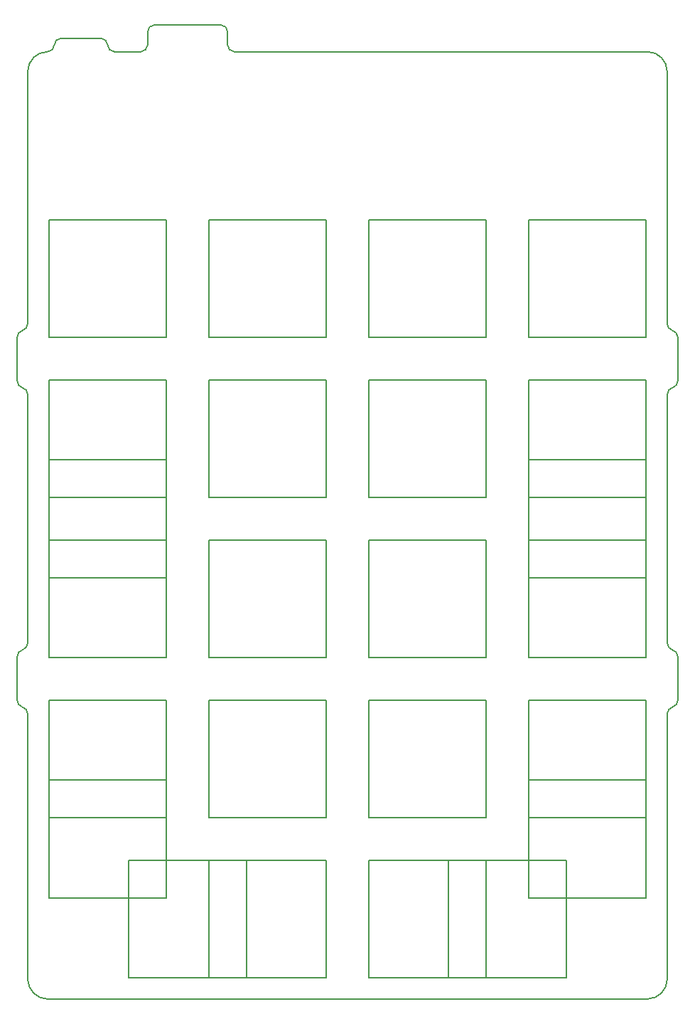
<source format=gbr>
%TF.GenerationSoftware,KiCad,Pcbnew,(6.0.7)*%
%TF.CreationDate,2022-10-13T01:22:27-05:00*%
%TF.ProjectId,Container65PLATE,436f6e74-6169-46e6-9572-3635504c4154,rev?*%
%TF.SameCoordinates,Original*%
%TF.FileFunction,Profile,NP*%
%FSLAX46Y46*%
G04 Gerber Fmt 4.6, Leading zero omitted, Abs format (unit mm)*
G04 Created by KiCad (PCBNEW (6.0.7)) date 2022-10-13 01:22:27*
%MOMM*%
%LPD*%
G01*
G04 APERTURE LIST*
%TA.AperFunction,Profile*%
%ADD10C,0.150000*%
%TD*%
G04 APERTURE END LIST*
D10*
X39687494Y-100200000D02*
G75*
G03*
X39037500Y-99400000I-831094J-11200D01*
G01*
X115887500Y-100200000D02*
X115887500Y-131762500D01*
X49212499Y-20637451D02*
G75*
G03*
X48418701Y-19843701I-793799J-49D01*
G01*
X38437500Y-93400000D02*
X38437500Y-98600000D01*
X113506250Y-134143750D02*
X42068750Y-134143750D01*
X39087507Y-54600023D02*
G75*
G03*
X39687500Y-53800000I-233107J799823D01*
G01*
X39687500Y-53800000D02*
X39687500Y-23812500D01*
X42068801Y-21431351D02*
G75*
G03*
X42862551Y-20637551I-101J793851D01*
G01*
X39087507Y-92600023D02*
G75*
G03*
X39687500Y-91800000I-233107J799823D01*
G01*
X113506250Y-21431250D02*
X64293750Y-21431250D01*
X53975000Y-20637500D02*
X53975000Y-19050000D01*
X48418701Y-19843701D02*
X43656301Y-19843801D01*
X115887500Y-62200000D02*
X115887500Y-91800000D01*
X115887524Y-91800000D02*
G75*
G03*
X116487500Y-92600000I833076J-200D01*
G01*
X53181250Y-21431250D02*
X50006201Y-21431201D01*
X115887524Y-53800000D02*
G75*
G03*
X116487500Y-54600000I833076J-200D01*
G01*
X39687450Y-131762500D02*
G75*
G03*
X42068750Y-134143750I2381250J0D01*
G01*
X43656301Y-19843851D02*
G75*
G03*
X42862551Y-20637551I-1J-793749D01*
G01*
X39087499Y-92599995D02*
G75*
G03*
X38437500Y-93400000I181101J-811205D01*
G01*
X49212499Y-20637451D02*
G75*
G03*
X50006201Y-21431201I793801J51D01*
G01*
X113506250Y-134143700D02*
G75*
G03*
X115887500Y-131762500I-50J2381300D01*
G01*
X117137494Y-55400000D02*
G75*
G03*
X116487500Y-54600000I-831094J-11200D01*
G01*
X116537507Y-99400023D02*
G75*
G03*
X117137500Y-98600000I-233107J799823D01*
G01*
X117137500Y-60600000D02*
X117137500Y-55400000D01*
X54768750Y-18256300D02*
G75*
G03*
X53975000Y-19050000I50J-793800D01*
G01*
X39087499Y-54599995D02*
G75*
G03*
X38437500Y-55400000I181101J-811205D01*
G01*
X39687500Y-91800000D02*
X39687500Y-62200000D01*
X63499950Y-20637500D02*
G75*
G03*
X64293750Y-21431250I793850J100D01*
G01*
X42068750Y-21431250D02*
G75*
G03*
X39687500Y-23812500I150J-2381400D01*
G01*
X39687500Y-100200000D02*
X39687500Y-131762500D01*
X116537499Y-99399995D02*
G75*
G03*
X115887500Y-100200000I181101J-811205D01*
G01*
X38437524Y-60600000D02*
G75*
G03*
X39037500Y-61400000I833076J-200D01*
G01*
X115887550Y-23812500D02*
G75*
G03*
X113506250Y-21431250I-2381450J-200D01*
G01*
X115887500Y-23812500D02*
X115887500Y-53800000D01*
X117137500Y-98600000D02*
X117137500Y-93400000D01*
X117137494Y-93400000D02*
G75*
G03*
X116487500Y-92600000I-831094J-11200D01*
G01*
X63500000Y-19050000D02*
X63500000Y-20637500D01*
X39687494Y-62200000D02*
G75*
G03*
X39037500Y-61400000I-831094J-11200D01*
G01*
X63500050Y-19050000D02*
G75*
G03*
X62706250Y-18256250I-793850J-100D01*
G01*
X38437524Y-98600000D02*
G75*
G03*
X39037500Y-99400000I833076J-200D01*
G01*
X116537507Y-61400023D02*
G75*
G03*
X117137500Y-60600000I-233107J799823D01*
G01*
X54768750Y-18256250D02*
X62706250Y-18256250D01*
X53181250Y-21431200D02*
G75*
G03*
X53975000Y-20637500I-50J793800D01*
G01*
X116537499Y-61399995D02*
G75*
G03*
X115887500Y-62200000I181101J-811205D01*
G01*
X38437500Y-55400000D02*
X38437500Y-60600000D01*
%TO.C,MX5*%
X42212500Y-60468750D02*
X42212500Y-74468750D01*
X42212500Y-74468750D02*
X56212500Y-74468750D01*
X56212500Y-74468750D02*
X56212500Y-60468750D01*
X56212500Y-60468750D02*
X42212500Y-60468750D01*
%TO.C,MX15*%
X94312500Y-98568750D02*
X80312500Y-98568750D01*
X80312500Y-98568750D02*
X80312500Y-112568750D01*
X80312500Y-112568750D02*
X94312500Y-112568750D01*
X94312500Y-112568750D02*
X94312500Y-98568750D01*
%TO.C,MX9*%
X42212500Y-79518750D02*
X42212500Y-93518750D01*
X42212500Y-93518750D02*
X56212500Y-93518750D01*
X56212500Y-93518750D02*
X56212500Y-79518750D01*
X56212500Y-79518750D02*
X42212500Y-79518750D01*
%TO.C,MX-E-1*%
X56212500Y-83993750D02*
X56212500Y-69993750D01*
X56212500Y-69993750D02*
X42212500Y-69993750D01*
X42212500Y-69993750D02*
X42212500Y-83993750D01*
X42212500Y-83993750D02*
X56212500Y-83993750D01*
%TO.C,MX3*%
X94312500Y-41418750D02*
X80312500Y-41418750D01*
X80312500Y-41418750D02*
X80312500Y-55418750D01*
X80312500Y-55418750D02*
X94312500Y-55418750D01*
X94312500Y-55418750D02*
X94312500Y-41418750D01*
%TO.C,MX6*%
X75262500Y-60468750D02*
X61262500Y-60468750D01*
X61262500Y-60468750D02*
X61262500Y-74468750D01*
X61262500Y-74468750D02*
X75262500Y-74468750D01*
X75262500Y-74468750D02*
X75262500Y-60468750D01*
%TO.C,MX-E-4*%
X89837500Y-131618750D02*
X103837500Y-131618750D01*
X103837500Y-131618750D02*
X103837500Y-117618750D01*
X103837500Y-117618750D02*
X89837500Y-117618750D01*
X89837500Y-117618750D02*
X89837500Y-131618750D01*
%TO.C,MX-E-2*%
X113362500Y-83993750D02*
X113362500Y-69993750D01*
X113362500Y-69993750D02*
X99362500Y-69993750D01*
X99362500Y-69993750D02*
X99362500Y-83993750D01*
X99362500Y-83993750D02*
X113362500Y-83993750D01*
%TO.C,MX14*%
X75262500Y-98568750D02*
X61262500Y-98568750D01*
X61262500Y-98568750D02*
X61262500Y-112568750D01*
X61262500Y-112568750D02*
X75262500Y-112568750D01*
X75262500Y-112568750D02*
X75262500Y-98568750D01*
%TO.C,MX11*%
X94312500Y-79518750D02*
X80312500Y-79518750D01*
X80312500Y-79518750D02*
X80312500Y-93518750D01*
X80312500Y-93518750D02*
X94312500Y-93518750D01*
X94312500Y-93518750D02*
X94312500Y-79518750D01*
%TO.C,MX17*%
X51737500Y-131618750D02*
X65737500Y-131618750D01*
X65737500Y-131618750D02*
X65737500Y-117618750D01*
X65737500Y-117618750D02*
X51737500Y-117618750D01*
X51737500Y-117618750D02*
X51737500Y-131618750D01*
%TO.C,MX16*%
X99362500Y-98568750D02*
X99362500Y-112568750D01*
X99362500Y-112568750D02*
X113362500Y-112568750D01*
X113362500Y-112568750D02*
X113362500Y-98568750D01*
X113362500Y-98568750D02*
X99362500Y-98568750D01*
%TO.C,MX12*%
X99362500Y-79518750D02*
X99362500Y-93518750D01*
X99362500Y-93518750D02*
X113362500Y-93518750D01*
X113362500Y-93518750D02*
X113362500Y-79518750D01*
X113362500Y-79518750D02*
X99362500Y-79518750D01*
%TO.C,MX18*%
X75262500Y-117618750D02*
X61262500Y-117618750D01*
X61262500Y-117618750D02*
X61262500Y-131618750D01*
X61262500Y-131618750D02*
X75262500Y-131618750D01*
X75262500Y-131618750D02*
X75262500Y-117618750D01*
%TO.C,MX10*%
X75262500Y-79518750D02*
X61262500Y-79518750D01*
X61262500Y-79518750D02*
X61262500Y-93518750D01*
X61262500Y-93518750D02*
X75262500Y-93518750D01*
X75262500Y-93518750D02*
X75262500Y-79518750D01*
%TO.C,MX20*%
X113362500Y-122093750D02*
X113362500Y-108093750D01*
X113362500Y-108093750D02*
X99362500Y-108093750D01*
X99362500Y-108093750D02*
X99362500Y-122093750D01*
X99362500Y-122093750D02*
X113362500Y-122093750D01*
%TO.C,MX8*%
X99362500Y-60468750D02*
X99362500Y-74468750D01*
X99362500Y-74468750D02*
X113362500Y-74468750D01*
X113362500Y-74468750D02*
X113362500Y-60468750D01*
X113362500Y-60468750D02*
X99362500Y-60468750D01*
%TO.C,MX7*%
X94312500Y-60468750D02*
X80312500Y-60468750D01*
X80312500Y-60468750D02*
X80312500Y-74468750D01*
X80312500Y-74468750D02*
X94312500Y-74468750D01*
X94312500Y-74468750D02*
X94312500Y-60468750D01*
%TO.C,MX19*%
X94312500Y-117618750D02*
X80312500Y-117618750D01*
X80312500Y-117618750D02*
X80312500Y-131618750D01*
X80312500Y-131618750D02*
X94312500Y-131618750D01*
X94312500Y-131618750D02*
X94312500Y-117618750D01*
%TO.C,MX4*%
X113362500Y-41418750D02*
X99362500Y-41418750D01*
X99362500Y-41418750D02*
X99362500Y-55418750D01*
X99362500Y-55418750D02*
X113362500Y-55418750D01*
X113362500Y-55418750D02*
X113362500Y-41418750D01*
%TO.C,MX1*%
X56212500Y-41418750D02*
X42212500Y-41418750D01*
X42212500Y-41418750D02*
X42212500Y-55418750D01*
X42212500Y-55418750D02*
X56212500Y-55418750D01*
X56212500Y-55418750D02*
X56212500Y-41418750D01*
%TO.C,MX-E-3*%
X56212500Y-122093750D02*
X56212500Y-108093750D01*
X56212500Y-108093750D02*
X42212500Y-108093750D01*
X42212500Y-108093750D02*
X42212500Y-122093750D01*
X42212500Y-122093750D02*
X56212500Y-122093750D01*
%TO.C,MX13*%
X42212500Y-98568750D02*
X42212500Y-112568750D01*
X42212500Y-112568750D02*
X56212500Y-112568750D01*
X56212500Y-112568750D02*
X56212500Y-98568750D01*
X56212500Y-98568750D02*
X42212500Y-98568750D01*
%TO.C,MX2*%
X75262500Y-41418750D02*
X61262500Y-41418750D01*
X61262500Y-41418750D02*
X61262500Y-55418750D01*
X61262500Y-55418750D02*
X75262500Y-55418750D01*
X75262500Y-55418750D02*
X75262500Y-41418750D01*
%TD*%
M02*

</source>
